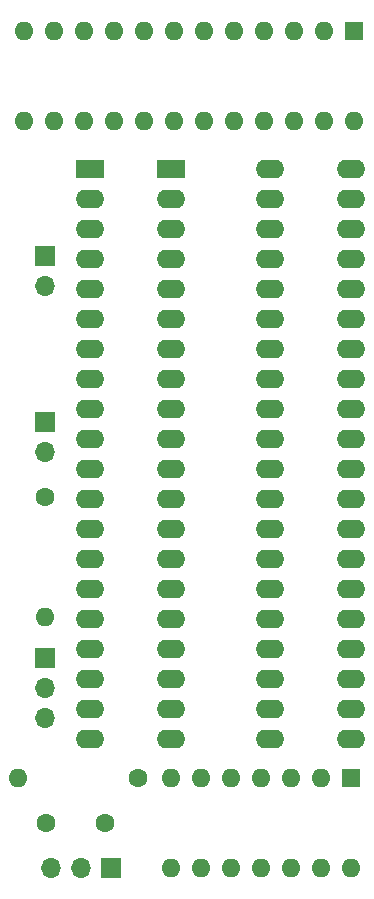
<source format=gbs>
G04 #@! TF.GenerationSoftware,KiCad,Pcbnew,(6.0.11)*
G04 #@! TF.CreationDate,2024-06-07T20:39:17+02:00*
G04 #@! TF.ProjectId,z80-dot-gal,7a38302d-646f-4742-9d67-616c2e6b6963,rev?*
G04 #@! TF.SameCoordinates,Original*
G04 #@! TF.FileFunction,Soldermask,Bot*
G04 #@! TF.FilePolarity,Negative*
%FSLAX46Y46*%
G04 Gerber Fmt 4.6, Leading zero omitted, Abs format (unit mm)*
G04 Created by KiCad (PCBNEW (6.0.11)) date 2024-06-07 20:39:17*
%MOMM*%
%LPD*%
G01*
G04 APERTURE LIST*
%ADD10C,1.600000*%
%ADD11R,1.700000X1.700000*%
%ADD12O,1.700000X1.700000*%
%ADD13R,1.600000X1.600000*%
%ADD14O,1.600000X1.600000*%
%ADD15R,2.400000X1.600000*%
%ADD16O,2.400000X1.600000*%
G04 APERTURE END LIST*
D10*
X121920000Y-129794000D03*
X116920000Y-129794000D03*
D11*
X116840000Y-81788000D03*
D12*
X116840000Y-84328000D03*
X116840000Y-98425000D03*
D11*
X116840000Y-95885000D03*
D13*
X142753000Y-125994000D03*
D14*
X140213000Y-125994000D03*
X137673000Y-125994000D03*
X135133000Y-125994000D03*
X132593000Y-125994000D03*
X130053000Y-125994000D03*
X127513000Y-125994000D03*
X127513000Y-133614000D03*
X130053000Y-133614000D03*
X132593000Y-133614000D03*
X135133000Y-133614000D03*
X137673000Y-133614000D03*
X140213000Y-133614000D03*
X142753000Y-133614000D03*
D11*
X116840000Y-115839000D03*
D12*
X116840000Y-118379000D03*
X116840000Y-120919000D03*
X117333000Y-133604000D03*
X119873000Y-133604000D03*
D11*
X122413000Y-133604000D03*
D15*
X127508000Y-74422000D03*
D16*
X127508000Y-76962000D03*
X127508000Y-79502000D03*
X127508000Y-82042000D03*
X127508000Y-84582000D03*
X127508000Y-87122000D03*
X127508000Y-89662000D03*
X127508000Y-92202000D03*
X127508000Y-94742000D03*
X127508000Y-97282000D03*
X127508000Y-99822000D03*
X127508000Y-102362000D03*
X127508000Y-104902000D03*
X127508000Y-107442000D03*
X127508000Y-109982000D03*
X127508000Y-112522000D03*
X127508000Y-115062000D03*
X127508000Y-117602000D03*
X127508000Y-120142000D03*
X127508000Y-122682000D03*
X142748000Y-122682000D03*
X142748000Y-120142000D03*
X142748000Y-117602000D03*
X142748000Y-115062000D03*
X142748000Y-112522000D03*
X142748000Y-109982000D03*
X142748000Y-107442000D03*
X142748000Y-104902000D03*
X142748000Y-102362000D03*
X142748000Y-99822000D03*
X142748000Y-97282000D03*
X142748000Y-94742000D03*
X142748000Y-92202000D03*
X142748000Y-89662000D03*
X142748000Y-87122000D03*
X142748000Y-84582000D03*
X142748000Y-82042000D03*
X142748000Y-79502000D03*
X142748000Y-76962000D03*
X142748000Y-74422000D03*
D14*
X143002000Y-70358000D03*
X140462000Y-70358000D03*
X137922000Y-70358000D03*
X135382000Y-70358000D03*
X132842000Y-70358000D03*
X130302000Y-70358000D03*
X127762000Y-70358000D03*
X125222000Y-70358000D03*
X122682000Y-70358000D03*
X120142000Y-70358000D03*
X117602000Y-70358000D03*
X115062000Y-70358000D03*
X115062000Y-62738000D03*
X117602000Y-62738000D03*
X120142000Y-62738000D03*
X122682000Y-62738000D03*
X125222000Y-62738000D03*
X127762000Y-62738000D03*
X130302000Y-62738000D03*
X132842000Y-62738000D03*
X135382000Y-62738000D03*
X137922000Y-62738000D03*
X140462000Y-62738000D03*
D13*
X143002000Y-62738000D03*
D15*
X120645000Y-74422000D03*
D16*
X120645000Y-76962000D03*
X120645000Y-79502000D03*
X120645000Y-82042000D03*
X120645000Y-84582000D03*
X120645000Y-87122000D03*
X120645000Y-89662000D03*
X120645000Y-92202000D03*
X120645000Y-94742000D03*
X120645000Y-97282000D03*
X120645000Y-99822000D03*
X120645000Y-102362000D03*
X120645000Y-104902000D03*
X120645000Y-107442000D03*
X120645000Y-109982000D03*
X120645000Y-112522000D03*
X120645000Y-115062000D03*
X120645000Y-117602000D03*
X120645000Y-120142000D03*
X120645000Y-122682000D03*
X135885000Y-122682000D03*
X135885000Y-120142000D03*
X135885000Y-117602000D03*
X135885000Y-115062000D03*
X135885000Y-112522000D03*
X135885000Y-109982000D03*
X135885000Y-107442000D03*
X135885000Y-104902000D03*
X135885000Y-102362000D03*
X135885000Y-99822000D03*
X135885000Y-97282000D03*
X135885000Y-94742000D03*
X135885000Y-92202000D03*
X135885000Y-89662000D03*
X135885000Y-87122000D03*
X135885000Y-84582000D03*
X135885000Y-82042000D03*
X135885000Y-79502000D03*
X135885000Y-76962000D03*
X135885000Y-74422000D03*
D10*
X124714000Y-125984000D03*
D14*
X114554000Y-125984000D03*
D10*
X116840000Y-102235000D03*
D14*
X116840000Y-112395000D03*
M02*

</source>
